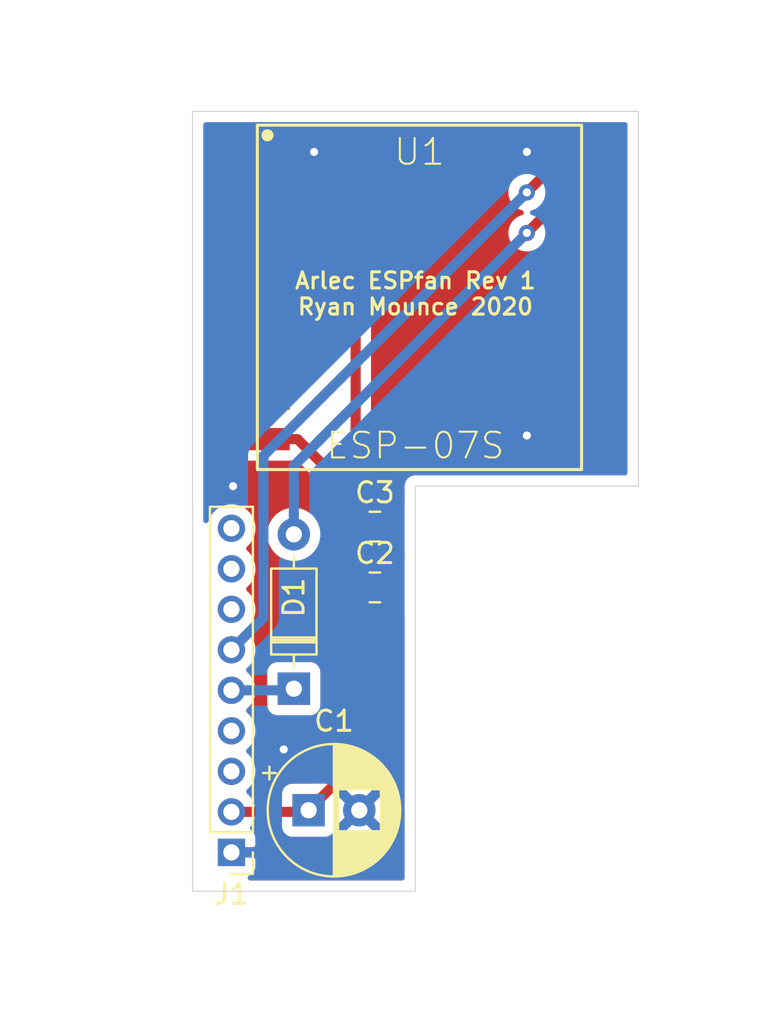
<source format=kicad_pcb>
(kicad_pcb (version 20171130) (host pcbnew "(5.1.8)-1")

  (general
    (thickness 1.6)
    (drawings 7)
    (tracks 33)
    (zones 0)
    (modules 6)
    (nets 22)
  )

  (page A4)
  (layers
    (0 F.Cu signal)
    (31 B.Cu signal)
    (32 B.Adhes user)
    (33 F.Adhes user)
    (34 B.Paste user)
    (35 F.Paste user)
    (36 B.SilkS user)
    (37 F.SilkS user)
    (38 B.Mask user)
    (39 F.Mask user)
    (40 Dwgs.User user)
    (41 Cmts.User user)
    (42 Eco1.User user)
    (43 Eco2.User user)
    (44 Edge.Cuts user)
    (45 Margin user)
    (46 B.CrtYd user)
    (47 F.CrtYd user)
    (48 B.Fab user)
    (49 F.Fab user)
  )

  (setup
    (last_trace_width 0.25)
    (user_trace_width 0.5)
    (trace_clearance 0.2)
    (zone_clearance 0.508)
    (zone_45_only no)
    (trace_min 0.2)
    (via_size 0.8)
    (via_drill 0.4)
    (via_min_size 0.4)
    (via_min_drill 0.3)
    (uvia_size 0.3)
    (uvia_drill 0.1)
    (uvias_allowed no)
    (uvia_min_size 0.2)
    (uvia_min_drill 0.1)
    (edge_width 0.05)
    (segment_width 0.2)
    (pcb_text_width 0.3)
    (pcb_text_size 1.5 1.5)
    (mod_edge_width 0.12)
    (mod_text_size 1 1)
    (mod_text_width 0.15)
    (pad_size 1.524 1.524)
    (pad_drill 0.762)
    (pad_to_mask_clearance 0)
    (aux_axis_origin 0 0)
    (visible_elements 7FFFFFFF)
    (pcbplotparams
      (layerselection 0x010fc_ffffffff)
      (usegerberextensions true)
      (usegerberattributes false)
      (usegerberadvancedattributes false)
      (creategerberjobfile false)
      (excludeedgelayer true)
      (linewidth 0.100000)
      (plotframeref false)
      (viasonmask false)
      (mode 1)
      (useauxorigin false)
      (hpglpennumber 1)
      (hpglpenspeed 20)
      (hpglpendiameter 15.000000)
      (psnegative false)
      (psa4output false)
      (plotreference true)
      (plotvalue true)
      (plotinvisibletext false)
      (padsonsilk false)
      (subtractmaskfromsilk false)
      (outputformat 1)
      (mirror false)
      (drillshape 0)
      (scaleselection 1)
      (outputdirectory "PCBWay/"))
  )

  (net 0 "")
  (net 1 GND)
  (net 2 +3V3)
  (net 3 "Net-(J1-Pad9)")
  (net 4 "Net-(J1-Pad8)")
  (net 5 "Net-(J1-Pad7)")
  (net 6 "Net-(J1-Pad6)")
  (net 7 "Net-(J1-Pad3)")
  (net 8 "Net-(U1-Pad1)")
  (net 9 "Net-(U1-Pad2)")
  (net 10 "Net-(U1-Pad4)")
  (net 11 "Net-(U1-Pad5)")
  (net 12 "Net-(U1-Pad6)")
  (net 13 "Net-(U1-Pad7)")
  (net 14 "Net-(U1-Pad10)")
  (net 15 "Net-(U1-Pad12)")
  (net 16 "Net-(U1-Pad13)")
  (net 17 "Net-(U1-Pad14)")
  (net 18 "Net-(U1-Pad11)")
  (net 19 "Net-(J1-Pad4)")
  (net 20 "Net-(D1-Pad2)")
  (net 21 "Net-(D1-Pad1)")

  (net_class Default "This is the default net class."
    (clearance 0.2)
    (trace_width 0.25)
    (via_dia 0.8)
    (via_drill 0.4)
    (uvia_dia 0.3)
    (uvia_drill 0.1)
    (add_net +3V3)
    (add_net GND)
    (add_net "Net-(D1-Pad1)")
    (add_net "Net-(D1-Pad2)")
    (add_net "Net-(J1-Pad3)")
    (add_net "Net-(J1-Pad4)")
    (add_net "Net-(J1-Pad6)")
    (add_net "Net-(J1-Pad7)")
    (add_net "Net-(J1-Pad8)")
    (add_net "Net-(J1-Pad9)")
    (add_net "Net-(U1-Pad1)")
    (add_net "Net-(U1-Pad10)")
    (add_net "Net-(U1-Pad11)")
    (add_net "Net-(U1-Pad12)")
    (add_net "Net-(U1-Pad13)")
    (add_net "Net-(U1-Pad14)")
    (add_net "Net-(U1-Pad2)")
    (add_net "Net-(U1-Pad4)")
    (add_net "Net-(U1-Pad5)")
    (add_net "Net-(U1-Pad6)")
    (add_net "Net-(U1-Pad7)")
  )

  (module Capacitor_SMD:C_0805_2012Metric (layer F.Cu) (tedit 5F68FEEE) (tstamp 5FCC788A)
    (at 129 118)
    (descr "Capacitor SMD 0805 (2012 Metric), square (rectangular) end terminal, IPC_7351 nominal, (Body size source: IPC-SM-782 page 76, https://www.pcb-3d.com/wordpress/wp-content/uploads/ipc-sm-782a_amendment_1_and_2.pdf, https://docs.google.com/spreadsheets/d/1BsfQQcO9C6DZCsRaXUlFlo91Tg2WpOkGARC1WS5S8t0/edit?usp=sharing), generated with kicad-footprint-generator")
    (tags capacitor)
    (path /5FCD02DD)
    (attr smd)
    (fp_text reference C3 (at 0 -1.68) (layer F.SilkS)
      (effects (font (size 1 1) (thickness 0.15)))
    )
    (fp_text value 0.1uF (at 4.5 0) (layer F.Fab)
      (effects (font (size 1 1) (thickness 0.15)))
    )
    (fp_line (start 1.7 0.98) (end -1.7 0.98) (layer F.CrtYd) (width 0.05))
    (fp_line (start 1.7 -0.98) (end 1.7 0.98) (layer F.CrtYd) (width 0.05))
    (fp_line (start -1.7 -0.98) (end 1.7 -0.98) (layer F.CrtYd) (width 0.05))
    (fp_line (start -1.7 0.98) (end -1.7 -0.98) (layer F.CrtYd) (width 0.05))
    (fp_line (start -0.261252 0.735) (end 0.261252 0.735) (layer F.SilkS) (width 0.12))
    (fp_line (start -0.261252 -0.735) (end 0.261252 -0.735) (layer F.SilkS) (width 0.12))
    (fp_line (start 1 0.625) (end -1 0.625) (layer F.Fab) (width 0.1))
    (fp_line (start 1 -0.625) (end 1 0.625) (layer F.Fab) (width 0.1))
    (fp_line (start -1 -0.625) (end 1 -0.625) (layer F.Fab) (width 0.1))
    (fp_line (start -1 0.625) (end -1 -0.625) (layer F.Fab) (width 0.1))
    (fp_text user %R (at 0 0) (layer F.Fab)
      (effects (font (size 0.5 0.5) (thickness 0.08)))
    )
    (pad 2 smd roundrect (at 0.95 0) (size 1 1.45) (layers F.Cu F.Paste F.Mask) (roundrect_rratio 0.25)
      (net 1 GND))
    (pad 1 smd roundrect (at -0.95 0) (size 1 1.45) (layers F.Cu F.Paste F.Mask) (roundrect_rratio 0.25)
      (net 2 +3V3))
    (model ${KISYS3DMOD}/Capacitor_SMD.3dshapes/C_0805_2012Metric.wrl
      (at (xyz 0 0 0))
      (scale (xyz 1 1 1))
      (rotate (xyz 0 0 0))
    )
  )

  (module Capacitor_SMD:C_0805_2012Metric (layer F.Cu) (tedit 5F68FEEE) (tstamp 5FCC7879)
    (at 129 121)
    (descr "Capacitor SMD 0805 (2012 Metric), square (rectangular) end terminal, IPC_7351 nominal, (Body size source: IPC-SM-782 page 76, https://www.pcb-3d.com/wordpress/wp-content/uploads/ipc-sm-782a_amendment_1_and_2.pdf, https://docs.google.com/spreadsheets/d/1BsfQQcO9C6DZCsRaXUlFlo91Tg2WpOkGARC1WS5S8t0/edit?usp=sharing), generated with kicad-footprint-generator")
    (tags capacitor)
    (path /5FCCC679)
    (attr smd)
    (fp_text reference C2 (at 0 -1.68) (layer F.SilkS)
      (effects (font (size 1 1) (thickness 0.15)))
    )
    (fp_text value 0.1uF (at 4.5 0) (layer F.Fab)
      (effects (font (size 1 1) (thickness 0.15)))
    )
    (fp_line (start 1.7 0.98) (end -1.7 0.98) (layer F.CrtYd) (width 0.05))
    (fp_line (start 1.7 -0.98) (end 1.7 0.98) (layer F.CrtYd) (width 0.05))
    (fp_line (start -1.7 -0.98) (end 1.7 -0.98) (layer F.CrtYd) (width 0.05))
    (fp_line (start -1.7 0.98) (end -1.7 -0.98) (layer F.CrtYd) (width 0.05))
    (fp_line (start -0.261252 0.735) (end 0.261252 0.735) (layer F.SilkS) (width 0.12))
    (fp_line (start -0.261252 -0.735) (end 0.261252 -0.735) (layer F.SilkS) (width 0.12))
    (fp_line (start 1 0.625) (end -1 0.625) (layer F.Fab) (width 0.1))
    (fp_line (start 1 -0.625) (end 1 0.625) (layer F.Fab) (width 0.1))
    (fp_line (start -1 -0.625) (end 1 -0.625) (layer F.Fab) (width 0.1))
    (fp_line (start -1 0.625) (end -1 -0.625) (layer F.Fab) (width 0.1))
    (fp_text user %R (at 0 0) (layer F.Fab)
      (effects (font (size 0.5 0.5) (thickness 0.08)))
    )
    (pad 2 smd roundrect (at 0.95 0) (size 1 1.45) (layers F.Cu F.Paste F.Mask) (roundrect_rratio 0.25)
      (net 1 GND))
    (pad 1 smd roundrect (at -0.95 0) (size 1 1.45) (layers F.Cu F.Paste F.Mask) (roundrect_rratio 0.25)
      (net 2 +3V3))
    (model ${KISYS3DMOD}/Capacitor_SMD.3dshapes/C_0805_2012Metric.wrl
      (at (xyz 0 0 0))
      (scale (xyz 1 1 1))
      (rotate (xyz 0 0 0))
    )
  )

  (module ArlecFanESP:ESP-07S (layer F.Cu) (tedit 5A27B10B) (tstamp 5FCBAE82)
    (at 131.199758 106.68)
    (descr "Module, ESP-8266, ESP-07S, 14 pad, SMD")
    (tags "Module ESP-8266 ESP8266")
    (path /5FCB4296)
    (attr smd)
    (fp_text reference U1 (at 0 -7.18) (layer F.SilkS)
      (effects (font (size 1.27 1.27) (thickness 0.1016)))
    )
    (fp_text value ESP-07S (at -0.199758 7.32) (layer F.SilkS)
      (effects (font (size 1.27 1.27) (thickness 0.1016)))
    )
    (fp_circle (center -7.6 -8) (end -7.5 -8) (layer F.SilkS) (width 0.15))
    (fp_circle (center -7.5 -8) (end -7.3 -8.1) (layer F.SilkS) (width 0.15))
    (fp_circle (center -7.5 -8) (end -7.4 -8) (layer F.SilkS) (width 0.15))
    (fp_line (start 8 -8.5) (end 8 8.5) (layer F.SilkS) (width 0.15))
    (fp_line (start 8 8.5) (end -8 8.5) (layer F.SilkS) (width 0.15))
    (fp_line (start -8 8.5) (end -8 -8.5) (layer F.SilkS) (width 0.15))
    (fp_line (start -8 -8.5) (end 8 -8.5) (layer F.SilkS) (width 0.15))
    (pad 1 smd rect (at -7.7 -7) (size 2.6 1.1) (layers F.Cu F.Paste F.Mask)
      (net 8 "Net-(U1-Pad1)"))
    (pad 2 smd rect (at -7.7 -5) (size 2.6 1.1) (layers F.Cu F.Paste F.Mask)
      (net 9 "Net-(U1-Pad2)"))
    (pad 3 smd rect (at -7.7 -3) (size 2.6 1.1) (layers F.Cu F.Paste F.Mask)
      (net 2 +3V3))
    (pad 4 smd rect (at -7.7 -1) (size 2.6 1.1) (layers F.Cu F.Paste F.Mask)
      (net 10 "Net-(U1-Pad4)"))
    (pad 5 smd rect (at -7.7 1) (size 2.6 1.1) (layers F.Cu F.Paste F.Mask)
      (net 11 "Net-(U1-Pad5)"))
    (pad 6 smd rect (at -7.7 3) (size 2.6 1.1) (layers F.Cu F.Paste F.Mask)
      (net 12 "Net-(U1-Pad6)"))
    (pad 7 smd rect (at -7.7 5) (size 2.6 1.1) (layers F.Cu F.Paste F.Mask)
      (net 13 "Net-(U1-Pad7)"))
    (pad 8 smd rect (at -7.7 7) (size 2.6 1.1) (layers F.Cu F.Paste F.Mask)
      (net 2 +3V3))
    (pad 9 smd rect (at 7.7 7) (size 2.6 1.1) (layers F.Cu F.Paste F.Mask)
      (net 1 GND))
    (pad 10 smd rect (at 7.7 5) (size 2.6 1.1) (layers F.Cu F.Paste F.Mask)
      (net 14 "Net-(U1-Pad10)"))
    (pad 11 smd rect (at 7.7 3) (size 2.6 1.1) (layers F.Cu F.Paste F.Mask)
      (net 18 "Net-(U1-Pad11)"))
    (pad 12 smd rect (at 7.7 1) (size 2.6 1.1) (layers F.Cu F.Paste F.Mask)
      (net 15 "Net-(U1-Pad12)"))
    (pad 13 smd rect (at 7.7 -1) (size 2.6 1.1) (layers F.Cu F.Paste F.Mask)
      (net 16 "Net-(U1-Pad13)"))
    (pad 14 smd rect (at 7.7 -3) (size 2.6 1.1) (layers F.Cu F.Paste F.Mask)
      (net 17 "Net-(U1-Pad14)"))
    (pad 15 smd rect (at 7.7 -5) (size 2.6 1.1) (layers F.Cu F.Paste F.Mask)
      (net 20 "Net-(D1-Pad2)"))
    (pad 16 smd rect (at 7.7 -7) (size 2.6 1.1) (layers F.Cu F.Paste F.Mask)
      (net 6 "Net-(J1-Pad6)"))
  )

  (module Diode_THT:D_DO-35_SOD27_P7.62mm_Horizontal (layer F.Cu) (tedit 5AE50CD5) (tstamp 5FCC6F81)
    (at 125 126 90)
    (descr "Diode, DO-35_SOD27 series, Axial, Horizontal, pin pitch=7.62mm, , length*diameter=4*2mm^2, , http://www.diodes.com/_files/packages/DO-35.pdf")
    (tags "Diode DO-35_SOD27 series Axial Horizontal pin pitch 7.62mm  length 4mm diameter 2mm")
    (path /5FCC5F8A)
    (fp_text reference D1 (at 4.5 0 90) (layer F.SilkS)
      (effects (font (size 1 1) (thickness 0.15)))
    )
    (fp_text value D (at 3.81 2.12 90) (layer F.Fab)
      (effects (font (size 1 1) (thickness 0.15)))
    )
    (fp_line (start 8.67 -1.25) (end -1.05 -1.25) (layer F.CrtYd) (width 0.05))
    (fp_line (start 8.67 1.25) (end 8.67 -1.25) (layer F.CrtYd) (width 0.05))
    (fp_line (start -1.05 1.25) (end 8.67 1.25) (layer F.CrtYd) (width 0.05))
    (fp_line (start -1.05 -1.25) (end -1.05 1.25) (layer F.CrtYd) (width 0.05))
    (fp_line (start 2.29 -1.12) (end 2.29 1.12) (layer F.SilkS) (width 0.12))
    (fp_line (start 2.53 -1.12) (end 2.53 1.12) (layer F.SilkS) (width 0.12))
    (fp_line (start 2.41 -1.12) (end 2.41 1.12) (layer F.SilkS) (width 0.12))
    (fp_line (start 6.58 0) (end 5.93 0) (layer F.SilkS) (width 0.12))
    (fp_line (start 1.04 0) (end 1.69 0) (layer F.SilkS) (width 0.12))
    (fp_line (start 5.93 -1.12) (end 1.69 -1.12) (layer F.SilkS) (width 0.12))
    (fp_line (start 5.93 1.12) (end 5.93 -1.12) (layer F.SilkS) (width 0.12))
    (fp_line (start 1.69 1.12) (end 5.93 1.12) (layer F.SilkS) (width 0.12))
    (fp_line (start 1.69 -1.12) (end 1.69 1.12) (layer F.SilkS) (width 0.12))
    (fp_line (start 2.31 -1) (end 2.31 1) (layer F.Fab) (width 0.1))
    (fp_line (start 2.51 -1) (end 2.51 1) (layer F.Fab) (width 0.1))
    (fp_line (start 2.41 -1) (end 2.41 1) (layer F.Fab) (width 0.1))
    (fp_line (start 7.62 0) (end 5.81 0) (layer F.Fab) (width 0.1))
    (fp_line (start 0 0) (end 1.81 0) (layer F.Fab) (width 0.1))
    (fp_line (start 5.81 -1) (end 1.81 -1) (layer F.Fab) (width 0.1))
    (fp_line (start 5.81 1) (end 5.81 -1) (layer F.Fab) (width 0.1))
    (fp_line (start 1.81 1) (end 5.81 1) (layer F.Fab) (width 0.1))
    (fp_line (start 1.81 -1) (end 1.81 1) (layer F.Fab) (width 0.1))
    (fp_text user K (at 0 -1.8 90) (layer F.Fab)
      (effects (font (size 1 1) (thickness 0.15)))
    )
    (fp_text user %R (at 4.11 0 90) (layer F.Fab)
      (effects (font (size 0.8 0.8) (thickness 0.12)))
    )
    (pad 2 thru_hole oval (at 7.62 0 90) (size 1.6 1.6) (drill 0.8) (layers *.Cu *.Mask)
      (net 20 "Net-(D1-Pad2)"))
    (pad 1 thru_hole rect (at 0 0 90) (size 1.6 1.6) (drill 0.8) (layers *.Cu *.Mask)
      (net 21 "Net-(D1-Pad1)"))
    (model ${KISYS3DMOD}/Diode_THT.3dshapes/D_DO-35_SOD27_P7.62mm_Horizontal.wrl
      (at (xyz 0 0 0))
      (scale (xyz 1 1 1))
      (rotate (xyz 0 0 0))
    )
  )

  (module Connector_PinHeader_2.00mm:PinHeader_1x09_P2.00mm_Vertical (layer F.Cu) (tedit 59FED667) (tstamp 5FCBAE67)
    (at 121.92 134.08 180)
    (descr "Through hole straight pin header, 1x09, 2.00mm pitch, single row")
    (tags "Through hole pin header THT 1x09 2.00mm single row")
    (path /5FCB5B9F)
    (fp_text reference J1 (at 0 -2.06) (layer F.SilkS)
      (effects (font (size 1 1) (thickness 0.15)))
    )
    (fp_text value Conn_01x09_Male (at 0 18.06) (layer F.Fab)
      (effects (font (size 1 1) (thickness 0.15)))
    )
    (fp_line (start -0.5 -1) (end 1 -1) (layer F.Fab) (width 0.1))
    (fp_line (start 1 -1) (end 1 17) (layer F.Fab) (width 0.1))
    (fp_line (start 1 17) (end -1 17) (layer F.Fab) (width 0.1))
    (fp_line (start -1 17) (end -1 -0.5) (layer F.Fab) (width 0.1))
    (fp_line (start -1 -0.5) (end -0.5 -1) (layer F.Fab) (width 0.1))
    (fp_line (start -1.06 17.06) (end 1.06 17.06) (layer F.SilkS) (width 0.12))
    (fp_line (start -1.06 1) (end -1.06 17.06) (layer F.SilkS) (width 0.12))
    (fp_line (start 1.06 1) (end 1.06 17.06) (layer F.SilkS) (width 0.12))
    (fp_line (start -1.06 1) (end 1.06 1) (layer F.SilkS) (width 0.12))
    (fp_line (start -1.06 0) (end -1.06 -1.06) (layer F.SilkS) (width 0.12))
    (fp_line (start -1.06 -1.06) (end 0 -1.06) (layer F.SilkS) (width 0.12))
    (fp_line (start -1.5 -1.5) (end -1.5 17.5) (layer F.CrtYd) (width 0.05))
    (fp_line (start -1.5 17.5) (end 1.5 17.5) (layer F.CrtYd) (width 0.05))
    (fp_line (start 1.5 17.5) (end 1.5 -1.5) (layer F.CrtYd) (width 0.05))
    (fp_line (start 1.5 -1.5) (end -1.5 -1.5) (layer F.CrtYd) (width 0.05))
    (fp_text user %R (at 0 8 90) (layer F.Fab)
      (effects (font (size 1 1) (thickness 0.15)))
    )
    (pad 9 thru_hole oval (at 0 16 180) (size 1.35 1.35) (drill 0.8) (layers *.Cu *.Mask)
      (net 3 "Net-(J1-Pad9)"))
    (pad 8 thru_hole oval (at 0 14 180) (size 1.35 1.35) (drill 0.8) (layers *.Cu *.Mask)
      (net 4 "Net-(J1-Pad8)"))
    (pad 7 thru_hole oval (at 0 12 180) (size 1.35 1.35) (drill 0.8) (layers *.Cu *.Mask)
      (net 5 "Net-(J1-Pad7)"))
    (pad 6 thru_hole oval (at 0 10 180) (size 1.35 1.35) (drill 0.8) (layers *.Cu *.Mask)
      (net 6 "Net-(J1-Pad6)"))
    (pad 5 thru_hole oval (at 0 8 180) (size 1.35 1.35) (drill 0.8) (layers *.Cu *.Mask)
      (net 21 "Net-(D1-Pad1)"))
    (pad 4 thru_hole oval (at 0 6 180) (size 1.35 1.35) (drill 0.8) (layers *.Cu *.Mask)
      (net 19 "Net-(J1-Pad4)"))
    (pad 3 thru_hole oval (at 0 4 180) (size 1.35 1.35) (drill 0.8) (layers *.Cu *.Mask)
      (net 7 "Net-(J1-Pad3)"))
    (pad 2 thru_hole oval (at 0 2 180) (size 1.35 1.35) (drill 0.8) (layers *.Cu *.Mask)
      (net 2 +3V3))
    (pad 1 thru_hole rect (at 0 0 180) (size 1.35 1.35) (drill 0.8) (layers *.Cu *.Mask)
      (net 1 GND))
    (model ${KISYS3DMOD}/Connector_PinHeader_2.00mm.3dshapes/PinHeader_1x09_P2.00mm_Vertical.wrl
      (at (xyz 0 0 0))
      (scale (xyz 1 1 1))
      (rotate (xyz 0 0 0))
    )
  )

  (module Capacitor_THT:CP_Radial_D6.3mm_P2.50mm (layer F.Cu) (tedit 5AE50EF0) (tstamp 5FCBAE4A)
    (at 125.73 132)
    (descr "CP, Radial series, Radial, pin pitch=2.50mm, , diameter=6.3mm, Electrolytic Capacitor")
    (tags "CP Radial series Radial pin pitch 2.50mm  diameter 6.3mm Electrolytic Capacitor")
    (path /5FCC0B00)
    (fp_text reference C1 (at 1.25 -4.4) (layer F.SilkS)
      (effects (font (size 1 1) (thickness 0.15)))
    )
    (fp_text value 220pf (at 1.25 4.4) (layer F.Fab)
      (effects (font (size 1 1) (thickness 0.15)))
    )
    (fp_circle (center 1.25 0) (end 4.4 0) (layer F.Fab) (width 0.1))
    (fp_circle (center 1.25 0) (end 4.52 0) (layer F.SilkS) (width 0.12))
    (fp_circle (center 1.25 0) (end 4.65 0) (layer F.CrtYd) (width 0.05))
    (fp_line (start -1.443972 -1.3735) (end -0.813972 -1.3735) (layer F.Fab) (width 0.1))
    (fp_line (start -1.128972 -1.6885) (end -1.128972 -1.0585) (layer F.Fab) (width 0.1))
    (fp_line (start 1.25 -3.23) (end 1.25 3.23) (layer F.SilkS) (width 0.12))
    (fp_line (start 1.29 -3.23) (end 1.29 3.23) (layer F.SilkS) (width 0.12))
    (fp_line (start 1.33 -3.23) (end 1.33 3.23) (layer F.SilkS) (width 0.12))
    (fp_line (start 1.37 -3.228) (end 1.37 3.228) (layer F.SilkS) (width 0.12))
    (fp_line (start 1.41 -3.227) (end 1.41 3.227) (layer F.SilkS) (width 0.12))
    (fp_line (start 1.45 -3.224) (end 1.45 3.224) (layer F.SilkS) (width 0.12))
    (fp_line (start 1.49 -3.222) (end 1.49 -1.04) (layer F.SilkS) (width 0.12))
    (fp_line (start 1.49 1.04) (end 1.49 3.222) (layer F.SilkS) (width 0.12))
    (fp_line (start 1.53 -3.218) (end 1.53 -1.04) (layer F.SilkS) (width 0.12))
    (fp_line (start 1.53 1.04) (end 1.53 3.218) (layer F.SilkS) (width 0.12))
    (fp_line (start 1.57 -3.215) (end 1.57 -1.04) (layer F.SilkS) (width 0.12))
    (fp_line (start 1.57 1.04) (end 1.57 3.215) (layer F.SilkS) (width 0.12))
    (fp_line (start 1.61 -3.211) (end 1.61 -1.04) (layer F.SilkS) (width 0.12))
    (fp_line (start 1.61 1.04) (end 1.61 3.211) (layer F.SilkS) (width 0.12))
    (fp_line (start 1.65 -3.206) (end 1.65 -1.04) (layer F.SilkS) (width 0.12))
    (fp_line (start 1.65 1.04) (end 1.65 3.206) (layer F.SilkS) (width 0.12))
    (fp_line (start 1.69 -3.201) (end 1.69 -1.04) (layer F.SilkS) (width 0.12))
    (fp_line (start 1.69 1.04) (end 1.69 3.201) (layer F.SilkS) (width 0.12))
    (fp_line (start 1.73 -3.195) (end 1.73 -1.04) (layer F.SilkS) (width 0.12))
    (fp_line (start 1.73 1.04) (end 1.73 3.195) (layer F.SilkS) (width 0.12))
    (fp_line (start 1.77 -3.189) (end 1.77 -1.04) (layer F.SilkS) (width 0.12))
    (fp_line (start 1.77 1.04) (end 1.77 3.189) (layer F.SilkS) (width 0.12))
    (fp_line (start 1.81 -3.182) (end 1.81 -1.04) (layer F.SilkS) (width 0.12))
    (fp_line (start 1.81 1.04) (end 1.81 3.182) (layer F.SilkS) (width 0.12))
    (fp_line (start 1.85 -3.175) (end 1.85 -1.04) (layer F.SilkS) (width 0.12))
    (fp_line (start 1.85 1.04) (end 1.85 3.175) (layer F.SilkS) (width 0.12))
    (fp_line (start 1.89 -3.167) (end 1.89 -1.04) (layer F.SilkS) (width 0.12))
    (fp_line (start 1.89 1.04) (end 1.89 3.167) (layer F.SilkS) (width 0.12))
    (fp_line (start 1.93 -3.159) (end 1.93 -1.04) (layer F.SilkS) (width 0.12))
    (fp_line (start 1.93 1.04) (end 1.93 3.159) (layer F.SilkS) (width 0.12))
    (fp_line (start 1.971 -3.15) (end 1.971 -1.04) (layer F.SilkS) (width 0.12))
    (fp_line (start 1.971 1.04) (end 1.971 3.15) (layer F.SilkS) (width 0.12))
    (fp_line (start 2.011 -3.141) (end 2.011 -1.04) (layer F.SilkS) (width 0.12))
    (fp_line (start 2.011 1.04) (end 2.011 3.141) (layer F.SilkS) (width 0.12))
    (fp_line (start 2.051 -3.131) (end 2.051 -1.04) (layer F.SilkS) (width 0.12))
    (fp_line (start 2.051 1.04) (end 2.051 3.131) (layer F.SilkS) (width 0.12))
    (fp_line (start 2.091 -3.121) (end 2.091 -1.04) (layer F.SilkS) (width 0.12))
    (fp_line (start 2.091 1.04) (end 2.091 3.121) (layer F.SilkS) (width 0.12))
    (fp_line (start 2.131 -3.11) (end 2.131 -1.04) (layer F.SilkS) (width 0.12))
    (fp_line (start 2.131 1.04) (end 2.131 3.11) (layer F.SilkS) (width 0.12))
    (fp_line (start 2.171 -3.098) (end 2.171 -1.04) (layer F.SilkS) (width 0.12))
    (fp_line (start 2.171 1.04) (end 2.171 3.098) (layer F.SilkS) (width 0.12))
    (fp_line (start 2.211 -3.086) (end 2.211 -1.04) (layer F.SilkS) (width 0.12))
    (fp_line (start 2.211 1.04) (end 2.211 3.086) (layer F.SilkS) (width 0.12))
    (fp_line (start 2.251 -3.074) (end 2.251 -1.04) (layer F.SilkS) (width 0.12))
    (fp_line (start 2.251 1.04) (end 2.251 3.074) (layer F.SilkS) (width 0.12))
    (fp_line (start 2.291 -3.061) (end 2.291 -1.04) (layer F.SilkS) (width 0.12))
    (fp_line (start 2.291 1.04) (end 2.291 3.061) (layer F.SilkS) (width 0.12))
    (fp_line (start 2.331 -3.047) (end 2.331 -1.04) (layer F.SilkS) (width 0.12))
    (fp_line (start 2.331 1.04) (end 2.331 3.047) (layer F.SilkS) (width 0.12))
    (fp_line (start 2.371 -3.033) (end 2.371 -1.04) (layer F.SilkS) (width 0.12))
    (fp_line (start 2.371 1.04) (end 2.371 3.033) (layer F.SilkS) (width 0.12))
    (fp_line (start 2.411 -3.018) (end 2.411 -1.04) (layer F.SilkS) (width 0.12))
    (fp_line (start 2.411 1.04) (end 2.411 3.018) (layer F.SilkS) (width 0.12))
    (fp_line (start 2.451 -3.002) (end 2.451 -1.04) (layer F.SilkS) (width 0.12))
    (fp_line (start 2.451 1.04) (end 2.451 3.002) (layer F.SilkS) (width 0.12))
    (fp_line (start 2.491 -2.986) (end 2.491 -1.04) (layer F.SilkS) (width 0.12))
    (fp_line (start 2.491 1.04) (end 2.491 2.986) (layer F.SilkS) (width 0.12))
    (fp_line (start 2.531 -2.97) (end 2.531 -1.04) (layer F.SilkS) (width 0.12))
    (fp_line (start 2.531 1.04) (end 2.531 2.97) (layer F.SilkS) (width 0.12))
    (fp_line (start 2.571 -2.952) (end 2.571 -1.04) (layer F.SilkS) (width 0.12))
    (fp_line (start 2.571 1.04) (end 2.571 2.952) (layer F.SilkS) (width 0.12))
    (fp_line (start 2.611 -2.934) (end 2.611 -1.04) (layer F.SilkS) (width 0.12))
    (fp_line (start 2.611 1.04) (end 2.611 2.934) (layer F.SilkS) (width 0.12))
    (fp_line (start 2.651 -2.916) (end 2.651 -1.04) (layer F.SilkS) (width 0.12))
    (fp_line (start 2.651 1.04) (end 2.651 2.916) (layer F.SilkS) (width 0.12))
    (fp_line (start 2.691 -2.896) (end 2.691 -1.04) (layer F.SilkS) (width 0.12))
    (fp_line (start 2.691 1.04) (end 2.691 2.896) (layer F.SilkS) (width 0.12))
    (fp_line (start 2.731 -2.876) (end 2.731 -1.04) (layer F.SilkS) (width 0.12))
    (fp_line (start 2.731 1.04) (end 2.731 2.876) (layer F.SilkS) (width 0.12))
    (fp_line (start 2.771 -2.856) (end 2.771 -1.04) (layer F.SilkS) (width 0.12))
    (fp_line (start 2.771 1.04) (end 2.771 2.856) (layer F.SilkS) (width 0.12))
    (fp_line (start 2.811 -2.834) (end 2.811 -1.04) (layer F.SilkS) (width 0.12))
    (fp_line (start 2.811 1.04) (end 2.811 2.834) (layer F.SilkS) (width 0.12))
    (fp_line (start 2.851 -2.812) (end 2.851 -1.04) (layer F.SilkS) (width 0.12))
    (fp_line (start 2.851 1.04) (end 2.851 2.812) (layer F.SilkS) (width 0.12))
    (fp_line (start 2.891 -2.79) (end 2.891 -1.04) (layer F.SilkS) (width 0.12))
    (fp_line (start 2.891 1.04) (end 2.891 2.79) (layer F.SilkS) (width 0.12))
    (fp_line (start 2.931 -2.766) (end 2.931 -1.04) (layer F.SilkS) (width 0.12))
    (fp_line (start 2.931 1.04) (end 2.931 2.766) (layer F.SilkS) (width 0.12))
    (fp_line (start 2.971 -2.742) (end 2.971 -1.04) (layer F.SilkS) (width 0.12))
    (fp_line (start 2.971 1.04) (end 2.971 2.742) (layer F.SilkS) (width 0.12))
    (fp_line (start 3.011 -2.716) (end 3.011 -1.04) (layer F.SilkS) (width 0.12))
    (fp_line (start 3.011 1.04) (end 3.011 2.716) (layer F.SilkS) (width 0.12))
    (fp_line (start 3.051 -2.69) (end 3.051 -1.04) (layer F.SilkS) (width 0.12))
    (fp_line (start 3.051 1.04) (end 3.051 2.69) (layer F.SilkS) (width 0.12))
    (fp_line (start 3.091 -2.664) (end 3.091 -1.04) (layer F.SilkS) (width 0.12))
    (fp_line (start 3.091 1.04) (end 3.091 2.664) (layer F.SilkS) (width 0.12))
    (fp_line (start 3.131 -2.636) (end 3.131 -1.04) (layer F.SilkS) (width 0.12))
    (fp_line (start 3.131 1.04) (end 3.131 2.636) (layer F.SilkS) (width 0.12))
    (fp_line (start 3.171 -2.607) (end 3.171 -1.04) (layer F.SilkS) (width 0.12))
    (fp_line (start 3.171 1.04) (end 3.171 2.607) (layer F.SilkS) (width 0.12))
    (fp_line (start 3.211 -2.578) (end 3.211 -1.04) (layer F.SilkS) (width 0.12))
    (fp_line (start 3.211 1.04) (end 3.211 2.578) (layer F.SilkS) (width 0.12))
    (fp_line (start 3.251 -2.548) (end 3.251 -1.04) (layer F.SilkS) (width 0.12))
    (fp_line (start 3.251 1.04) (end 3.251 2.548) (layer F.SilkS) (width 0.12))
    (fp_line (start 3.291 -2.516) (end 3.291 -1.04) (layer F.SilkS) (width 0.12))
    (fp_line (start 3.291 1.04) (end 3.291 2.516) (layer F.SilkS) (width 0.12))
    (fp_line (start 3.331 -2.484) (end 3.331 -1.04) (layer F.SilkS) (width 0.12))
    (fp_line (start 3.331 1.04) (end 3.331 2.484) (layer F.SilkS) (width 0.12))
    (fp_line (start 3.371 -2.45) (end 3.371 -1.04) (layer F.SilkS) (width 0.12))
    (fp_line (start 3.371 1.04) (end 3.371 2.45) (layer F.SilkS) (width 0.12))
    (fp_line (start 3.411 -2.416) (end 3.411 -1.04) (layer F.SilkS) (width 0.12))
    (fp_line (start 3.411 1.04) (end 3.411 2.416) (layer F.SilkS) (width 0.12))
    (fp_line (start 3.451 -2.38) (end 3.451 -1.04) (layer F.SilkS) (width 0.12))
    (fp_line (start 3.451 1.04) (end 3.451 2.38) (layer F.SilkS) (width 0.12))
    (fp_line (start 3.491 -2.343) (end 3.491 -1.04) (layer F.SilkS) (width 0.12))
    (fp_line (start 3.491 1.04) (end 3.491 2.343) (layer F.SilkS) (width 0.12))
    (fp_line (start 3.531 -2.305) (end 3.531 -1.04) (layer F.SilkS) (width 0.12))
    (fp_line (start 3.531 1.04) (end 3.531 2.305) (layer F.SilkS) (width 0.12))
    (fp_line (start 3.571 -2.265) (end 3.571 2.265) (layer F.SilkS) (width 0.12))
    (fp_line (start 3.611 -2.224) (end 3.611 2.224) (layer F.SilkS) (width 0.12))
    (fp_line (start 3.651 -2.182) (end 3.651 2.182) (layer F.SilkS) (width 0.12))
    (fp_line (start 3.691 -2.137) (end 3.691 2.137) (layer F.SilkS) (width 0.12))
    (fp_line (start 3.731 -2.092) (end 3.731 2.092) (layer F.SilkS) (width 0.12))
    (fp_line (start 3.771 -2.044) (end 3.771 2.044) (layer F.SilkS) (width 0.12))
    (fp_line (start 3.811 -1.995) (end 3.811 1.995) (layer F.SilkS) (width 0.12))
    (fp_line (start 3.851 -1.944) (end 3.851 1.944) (layer F.SilkS) (width 0.12))
    (fp_line (start 3.891 -1.89) (end 3.891 1.89) (layer F.SilkS) (width 0.12))
    (fp_line (start 3.931 -1.834) (end 3.931 1.834) (layer F.SilkS) (width 0.12))
    (fp_line (start 3.971 -1.776) (end 3.971 1.776) (layer F.SilkS) (width 0.12))
    (fp_line (start 4.011 -1.714) (end 4.011 1.714) (layer F.SilkS) (width 0.12))
    (fp_line (start 4.051 -1.65) (end 4.051 1.65) (layer F.SilkS) (width 0.12))
    (fp_line (start 4.091 -1.581) (end 4.091 1.581) (layer F.SilkS) (width 0.12))
    (fp_line (start 4.131 -1.509) (end 4.131 1.509) (layer F.SilkS) (width 0.12))
    (fp_line (start 4.171 -1.432) (end 4.171 1.432) (layer F.SilkS) (width 0.12))
    (fp_line (start 4.211 -1.35) (end 4.211 1.35) (layer F.SilkS) (width 0.12))
    (fp_line (start 4.251 -1.262) (end 4.251 1.262) (layer F.SilkS) (width 0.12))
    (fp_line (start 4.291 -1.165) (end 4.291 1.165) (layer F.SilkS) (width 0.12))
    (fp_line (start 4.331 -1.059) (end 4.331 1.059) (layer F.SilkS) (width 0.12))
    (fp_line (start 4.371 -0.94) (end 4.371 0.94) (layer F.SilkS) (width 0.12))
    (fp_line (start 4.411 -0.802) (end 4.411 0.802) (layer F.SilkS) (width 0.12))
    (fp_line (start 4.451 -0.633) (end 4.451 0.633) (layer F.SilkS) (width 0.12))
    (fp_line (start 4.491 -0.402) (end 4.491 0.402) (layer F.SilkS) (width 0.12))
    (fp_line (start -2.250241 -1.839) (end -1.620241 -1.839) (layer F.SilkS) (width 0.12))
    (fp_line (start -1.935241 -2.154) (end -1.935241 -1.524) (layer F.SilkS) (width 0.12))
    (fp_text user %R (at 1.25 0) (layer F.Fab)
      (effects (font (size 1 1) (thickness 0.15)))
    )
    (pad 2 thru_hole circle (at 2.5 0) (size 1.6 1.6) (drill 0.8) (layers *.Cu *.Mask)
      (net 1 GND))
    (pad 1 thru_hole rect (at 0 0) (size 1.6 1.6) (drill 0.8) (layers *.Cu *.Mask)
      (net 2 +3V3))
    (model ${KISYS3DMOD}/Capacitor_THT.3dshapes/CP_Radial_D6.3mm_P2.50mm.wrl
      (at (xyz 0 0 0))
      (scale (xyz 1 1 1))
      (rotate (xyz 0 0 0))
    )
  )

  (gr_text "Arlec ESPfan Rev 1\nRyan Mounce 2020" (at 131 106.5) (layer F.SilkS)
    (effects (font (size 0.8 0.8) (thickness 0.15)))
  )
  (gr_line (start 131 136) (end 120 136) (layer Edge.Cuts) (width 0.05) (tstamp 5FCC7C4F))
  (gr_line (start 131 116) (end 131 136) (layer Edge.Cuts) (width 0.05))
  (gr_line (start 142 116) (end 131 116) (layer Edge.Cuts) (width 0.05))
  (gr_line (start 142 97.5) (end 142 116) (layer Edge.Cuts) (width 0.05))
  (gr_line (start 120 97.5) (end 142 97.5) (layer Edge.Cuts) (width 0.05))
  (gr_line (start 120 136) (end 120 97.5) (layer Edge.Cuts) (width 0.05))

  (via (at 126 99.5) (size 0.8) (drill 0.4) (layers F.Cu B.Cu) (net 1))
  (via (at 136.5 99.5) (size 0.8) (drill 0.4) (layers F.Cu B.Cu) (net 1))
  (via (at 136.5 113.5) (size 0.8) (drill 0.4) (layers F.Cu B.Cu) (net 1))
  (segment (start 138.899758 113.68) (end 138.899758 113.830242) (width 0.25) (layer F.Cu) (net 1))
  (via (at 124.5 129) (size 0.8) (drill 0.4) (layers F.Cu B.Cu) (net 1))
  (via (at 122 116) (size 0.8) (drill 0.4) (layers F.Cu B.Cu) (net 1))
  (segment (start 123.499758 103.68) (end 124 103.68) (width 0.25) (layer F.Cu) (net 2))
  (segment (start 123.93476 103.68) (end 123.499758 103.68) (width 0.25) (layer F.Cu) (net 2))
  (segment (start 125.65 132.08) (end 125.73 132) (width 0.5) (layer F.Cu) (net 2))
  (segment (start 121.92 132.08) (end 125.65 132.08) (width 0.5) (layer F.Cu) (net 2))
  (segment (start 128.05 129.68) (end 128.05 121) (width 0.5) (layer F.Cu) (net 2))
  (segment (start 125.73 132) (end 128.05 129.68) (width 0.5) (layer F.Cu) (net 2))
  (segment (start 128.05 121) (end 128.05 118) (width 0.5) (layer F.Cu) (net 2))
  (segment (start 125.299758 103.68) (end 123.499758 103.68) (width 0.5) (layer F.Cu) (net 2))
  (segment (start 128.05 106.430242) (end 125.299758 103.68) (width 0.5) (layer F.Cu) (net 2))
  (segment (start 128.05 118) (end 128.05 106.430242) (width 0.5) (layer F.Cu) (net 2))
  (segment (start 128.05 118) (end 128.05 116.55) (width 0.5) (layer F.Cu) (net 2))
  (segment (start 125.18 113.68) (end 123.499758 113.68) (width 0.5) (layer F.Cu) (net 2))
  (segment (start 128.05 116.55) (end 125.18 113.68) (width 0.5) (layer F.Cu) (net 2))
  (via (at 136.5 101.5) (size 0.8) (drill 0.4) (layers F.Cu B.Cu) (net 6))
  (segment (start 138.32 99.68) (end 136.5 101.5) (width 0.5) (layer F.Cu) (net 6))
  (segment (start 138.899758 99.68) (end 138.32 99.68) (width 0.5) (layer F.Cu) (net 6))
  (segment (start 136.5 101.5) (end 123.5 114.5) (width 0.5) (layer B.Cu) (net 6))
  (segment (start 123.5 122.5) (end 121.92 124.08) (width 0.5) (layer B.Cu) (net 6))
  (segment (start 123.5 114.5) (end 123.5 122.5) (width 0.5) (layer B.Cu) (net 6))
  (via (at 136.5 103.5) (size 0.8) (drill 0.4) (layers F.Cu B.Cu) (net 20))
  (segment (start 138.899758 101.68) (end 138.149758 101.68) (width 0.5) (layer F.Cu) (net 20))
  (segment (start 138.32 101.68) (end 136.5 103.5) (width 0.5) (layer F.Cu) (net 20))
  (segment (start 138.899758 101.68) (end 138.32 101.68) (width 0.5) (layer F.Cu) (net 20))
  (segment (start 136.5 103.5) (end 125 115) (width 0.5) (layer B.Cu) (net 20))
  (segment (start 125 115) (end 125 118.38) (width 0.5) (layer B.Cu) (net 20))
  (segment (start 124.92 126.08) (end 125 126) (width 0.5) (layer B.Cu) (net 21))
  (segment (start 121.92 126.08) (end 124.92 126.08) (width 0.5) (layer B.Cu) (net 21))

  (zone (net 1) (net_name GND) (layer B.Cu) (tstamp 5FCC6B8A) (hatch edge 0.508)
    (connect_pads (clearance 0.508))
    (min_thickness 0.254)
    (fill yes (arc_segments 32) (thermal_gap 0.508) (thermal_bridge_width 0.508))
    (polygon
      (pts
        (xy 148.5 94.5) (xy 143 142.5) (xy 114 140.5) (xy 114 133.5) (xy 116 94)
      )
    )
    (filled_polygon
      (pts
        (xy 141.340001 115.34) (xy 131.032419 115.34) (xy 131 115.336807) (xy 130.967581 115.34) (xy 130.870617 115.34955)
        (xy 130.746207 115.38729) (xy 130.63155 115.448575) (xy 130.531052 115.531052) (xy 130.448575 115.63155) (xy 130.38729 115.746207)
        (xy 130.34955 115.870617) (xy 130.336807 116) (xy 130.34 116.032419) (xy 130.340001 135.34) (xy 122.847603 135.34)
        (xy 122.949494 135.285537) (xy 123.046185 135.206185) (xy 123.125537 135.109494) (xy 123.184502 134.99918) (xy 123.220812 134.879482)
        (xy 123.233072 134.755) (xy 123.23 134.36575) (xy 123.07125 134.207) (xy 122.047 134.207) (xy 122.047 134.227)
        (xy 121.793 134.227) (xy 121.793 134.207) (xy 121.773 134.207) (xy 121.773 133.953) (xy 121.793 133.953)
        (xy 121.793 133.933) (xy 122.047 133.933) (xy 122.047 133.953) (xy 123.07125 133.953) (xy 123.23 133.79425)
        (xy 123.233072 133.405) (xy 123.220812 133.280518) (xy 123.184502 133.16082) (xy 123.125537 133.050506) (xy 123.046185 132.953815)
        (xy 122.959303 132.882513) (xy 123.080907 132.700518) (xy 123.179658 132.462113) (xy 123.23 132.209024) (xy 123.23 131.950976)
        (xy 123.179658 131.697887) (xy 123.080907 131.459482) (xy 122.937544 131.244923) (xy 122.892621 131.2) (xy 124.291928 131.2)
        (xy 124.291928 132.8) (xy 124.304188 132.924482) (xy 124.340498 133.04418) (xy 124.399463 133.154494) (xy 124.478815 133.251185)
        (xy 124.575506 133.330537) (xy 124.68582 133.389502) (xy 124.805518 133.425812) (xy 124.93 133.438072) (xy 126.53 133.438072)
        (xy 126.654482 133.425812) (xy 126.77418 133.389502) (xy 126.884494 133.330537) (xy 126.981185 133.251185) (xy 127.060537 133.154494)
        (xy 127.119502 133.04418) (xy 127.135117 132.992702) (xy 127.416903 132.992702) (xy 127.488486 133.236671) (xy 127.743996 133.357571)
        (xy 128.018184 133.4263) (xy 128.300512 133.440217) (xy 128.58013 133.398787) (xy 128.846292 133.303603) (xy 128.971514 133.236671)
        (xy 129.043097 132.992702) (xy 128.23 132.179605) (xy 127.416903 132.992702) (xy 127.135117 132.992702) (xy 127.155812 132.924482)
        (xy 127.168072 132.8) (xy 127.168072 132.792785) (xy 127.237298 132.813097) (xy 128.050395 132) (xy 128.409605 132)
        (xy 129.222702 132.813097) (xy 129.466671 132.741514) (xy 129.587571 132.486004) (xy 129.6563 132.211816) (xy 129.670217 131.929488)
        (xy 129.628787 131.64987) (xy 129.533603 131.383708) (xy 129.466671 131.258486) (xy 129.222702 131.186903) (xy 128.409605 132)
        (xy 128.050395 132) (xy 127.237298 131.186903) (xy 127.168072 131.207215) (xy 127.168072 131.2) (xy 127.155812 131.075518)
        (xy 127.135118 131.007298) (xy 127.416903 131.007298) (xy 128.23 131.820395) (xy 129.043097 131.007298) (xy 128.971514 130.763329)
        (xy 128.716004 130.642429) (xy 128.441816 130.5737) (xy 128.159488 130.559783) (xy 127.87987 130.601213) (xy 127.613708 130.696397)
        (xy 127.488486 130.763329) (xy 127.416903 131.007298) (xy 127.135118 131.007298) (xy 127.119502 130.95582) (xy 127.060537 130.845506)
        (xy 126.981185 130.748815) (xy 126.884494 130.669463) (xy 126.77418 130.610498) (xy 126.654482 130.574188) (xy 126.53 130.561928)
        (xy 124.93 130.561928) (xy 124.805518 130.574188) (xy 124.68582 130.610498) (xy 124.575506 130.669463) (xy 124.478815 130.748815)
        (xy 124.399463 130.845506) (xy 124.340498 130.95582) (xy 124.304188 131.075518) (xy 124.291928 131.2) (xy 122.892621 131.2)
        (xy 122.772621 131.08) (xy 122.937544 130.915077) (xy 123.080907 130.700518) (xy 123.179658 130.462113) (xy 123.23 130.209024)
        (xy 123.23 129.950976) (xy 123.179658 129.697887) (xy 123.080907 129.459482) (xy 122.937544 129.244923) (xy 122.772621 129.08)
        (xy 122.937544 128.915077) (xy 123.080907 128.700518) (xy 123.179658 128.462113) (xy 123.23 128.209024) (xy 123.23 127.950976)
        (xy 123.179658 127.697887) (xy 123.080907 127.459482) (xy 122.937544 127.244923) (xy 122.772621 127.08) (xy 122.887621 126.965)
        (xy 123.586479 126.965) (xy 123.610498 127.04418) (xy 123.669463 127.154494) (xy 123.748815 127.251185) (xy 123.845506 127.330537)
        (xy 123.95582 127.389502) (xy 124.075518 127.425812) (xy 124.2 127.438072) (xy 125.8 127.438072) (xy 125.924482 127.425812)
        (xy 126.04418 127.389502) (xy 126.154494 127.330537) (xy 126.251185 127.251185) (xy 126.330537 127.154494) (xy 126.389502 127.04418)
        (xy 126.425812 126.924482) (xy 126.438072 126.8) (xy 126.438072 125.2) (xy 126.425812 125.075518) (xy 126.389502 124.95582)
        (xy 126.330537 124.845506) (xy 126.251185 124.748815) (xy 126.154494 124.669463) (xy 126.04418 124.610498) (xy 125.924482 124.574188)
        (xy 125.8 124.561928) (xy 124.2 124.561928) (xy 124.075518 124.574188) (xy 123.95582 124.610498) (xy 123.845506 124.669463)
        (xy 123.748815 124.748815) (xy 123.669463 124.845506) (xy 123.610498 124.95582) (xy 123.574188 125.075518) (xy 123.56242 125.195)
        (xy 122.887621 125.195) (xy 122.772621 125.08) (xy 122.937544 124.915077) (xy 123.080907 124.700518) (xy 123.179658 124.462113)
        (xy 123.23 124.209024) (xy 123.23 124.021578) (xy 124.095049 123.15653) (xy 124.128817 123.128817) (xy 124.239411 122.994059)
        (xy 124.321589 122.840313) (xy 124.372195 122.67349) (xy 124.385 122.543477) (xy 124.385 122.543467) (xy 124.389281 122.500001)
        (xy 124.385 122.456535) (xy 124.385 119.678491) (xy 124.581426 119.759853) (xy 124.858665 119.815) (xy 125.141335 119.815)
        (xy 125.418574 119.759853) (xy 125.679727 119.65168) (xy 125.914759 119.494637) (xy 126.114637 119.294759) (xy 126.27168 119.059727)
        (xy 126.379853 118.798574) (xy 126.435 118.521335) (xy 126.435 118.238665) (xy 126.379853 117.961426) (xy 126.27168 117.700273)
        (xy 126.114637 117.465241) (xy 125.914759 117.265363) (xy 125.885 117.245479) (xy 125.885 115.366578) (xy 136.745044 104.506535)
        (xy 136.801898 104.495226) (xy 136.990256 104.417205) (xy 137.159774 104.303937) (xy 137.303937 104.159774) (xy 137.417205 103.990256)
        (xy 137.495226 103.801898) (xy 137.535 103.601939) (xy 137.535 103.398061) (xy 137.495226 103.198102) (xy 137.417205 103.009744)
        (xy 137.303937 102.840226) (xy 137.159774 102.696063) (xy 136.990256 102.582795) (xy 136.801898 102.504774) (xy 136.777897 102.5)
        (xy 136.801898 102.495226) (xy 136.990256 102.417205) (xy 137.159774 102.303937) (xy 137.303937 102.159774) (xy 137.417205 101.990256)
        (xy 137.495226 101.801898) (xy 137.535 101.601939) (xy 137.535 101.398061) (xy 137.495226 101.198102) (xy 137.417205 101.009744)
        (xy 137.303937 100.840226) (xy 137.159774 100.696063) (xy 136.990256 100.582795) (xy 136.801898 100.504774) (xy 136.601939 100.465)
        (xy 136.398061 100.465) (xy 136.198102 100.504774) (xy 136.009744 100.582795) (xy 135.840226 100.696063) (xy 135.696063 100.840226)
        (xy 135.582795 101.009744) (xy 135.504774 101.198102) (xy 135.493465 101.254956) (xy 122.904956 113.843466) (xy 122.871183 113.871183)
        (xy 122.760589 114.005942) (xy 122.678411 114.159688) (xy 122.627805 114.326511) (xy 122.615 114.456524) (xy 122.615 114.456531)
        (xy 122.610719 114.5) (xy 122.615 114.543469) (xy 122.615 116.96886) (xy 122.540518 116.919093) (xy 122.302113 116.820342)
        (xy 122.049024 116.77) (xy 121.790976 116.77) (xy 121.537887 116.820342) (xy 121.299482 116.919093) (xy 121.084923 117.062456)
        (xy 120.902456 117.244923) (xy 120.759093 117.459482) (xy 120.660342 117.697887) (xy 120.66 117.699606) (xy 120.66 98.16)
        (xy 141.34 98.16)
      )
    )
  )
  (zone (net 1) (net_name GND) (layer F.Cu) (tstamp 5FCC6B87) (hatch edge 0.508)
    (connect_pads (clearance 0.508))
    (min_thickness 0.254)
    (fill yes (arc_segments 32) (thermal_gap 0.508) (thermal_bridge_width 0.508))
    (polygon
      (pts
        (xy 146.5 142.5) (xy 110.5 139.5) (xy 114 93.5) (xy 148.5 92)
      )
    )
    (filled_polygon
      (pts
        (xy 141.340001 115.34) (xy 131.032419 115.34) (xy 131 115.336807) (xy 130.967581 115.34) (xy 130.870617 115.34955)
        (xy 130.746207 115.38729) (xy 130.63155 115.448575) (xy 130.531052 115.531052) (xy 130.448575 115.63155) (xy 130.38729 115.746207)
        (xy 130.34955 115.870617) (xy 130.336807 116) (xy 130.34 116.032419) (xy 130.34 116.638505) (xy 130.23575 116.64)
        (xy 130.077 116.79875) (xy 130.077 117.873) (xy 130.097 117.873) (xy 130.097 118.127) (xy 130.077 118.127)
        (xy 130.077 119.20125) (xy 130.23575 119.36) (xy 130.34 119.361495) (xy 130.34 119.638505) (xy 130.23575 119.64)
        (xy 130.077 119.79875) (xy 130.077 120.873) (xy 130.097 120.873) (xy 130.097 121.127) (xy 130.077 121.127)
        (xy 130.077 122.20125) (xy 130.23575 122.36) (xy 130.34 122.361495) (xy 130.340001 135.34) (xy 122.847603 135.34)
        (xy 122.949494 135.285537) (xy 123.046185 135.206185) (xy 123.125537 135.109494) (xy 123.184502 134.99918) (xy 123.220812 134.879482)
        (xy 123.233072 134.755) (xy 123.23 134.36575) (xy 123.07125 134.207) (xy 122.047 134.207) (xy 122.047 134.227)
        (xy 121.793 134.227) (xy 121.793 134.207) (xy 121.773 134.207) (xy 121.773 133.953) (xy 121.793 133.953)
        (xy 121.793 133.933) (xy 122.047 133.933) (xy 122.047 133.953) (xy 123.07125 133.953) (xy 123.23 133.79425)
        (xy 123.233072 133.405) (xy 123.220812 133.280518) (xy 123.184502 133.16082) (xy 123.125537 133.050506) (xy 123.055364 132.965)
        (xy 124.316479 132.965) (xy 124.340498 133.04418) (xy 124.399463 133.154494) (xy 124.478815 133.251185) (xy 124.575506 133.330537)
        (xy 124.68582 133.389502) (xy 124.805518 133.425812) (xy 124.93 133.438072) (xy 126.53 133.438072) (xy 126.654482 133.425812)
        (xy 126.77418 133.389502) (xy 126.884494 133.330537) (xy 126.981185 133.251185) (xy 127.060537 133.154494) (xy 127.119502 133.04418)
        (xy 127.135117 132.992702) (xy 127.416903 132.992702) (xy 127.488486 133.236671) (xy 127.743996 133.357571) (xy 128.018184 133.4263)
        (xy 128.300512 133.440217) (xy 128.58013 133.398787) (xy 128.846292 133.303603) (xy 128.971514 133.236671) (xy 129.043097 132.992702)
        (xy 128.23 132.179605) (xy 127.416903 132.992702) (xy 127.135117 132.992702) (xy 127.155812 132.924482) (xy 127.168072 132.8)
        (xy 127.168072 132.792785) (xy 127.237298 132.813097) (xy 128.050395 132) (xy 128.409605 132) (xy 129.222702 132.813097)
        (xy 129.466671 132.741514) (xy 129.587571 132.486004) (xy 129.6563 132.211816) (xy 129.670217 131.929488) (xy 129.628787 131.64987)
        (xy 129.533603 131.383708) (xy 129.466671 131.258486) (xy 129.222702 131.186903) (xy 128.409605 132) (xy 128.050395 132)
        (xy 128.036253 131.985858) (xy 128.215858 131.806253) (xy 128.23 131.820395) (xy 129.043097 131.007298) (xy 128.971514 130.763329)
        (xy 128.716004 130.642429) (xy 128.441816 130.5737) (xy 128.409473 130.572106) (xy 128.64505 130.336529) (xy 128.678817 130.308817)
        (xy 128.789411 130.174059) (xy 128.871589 130.020313) (xy 128.922195 129.85349) (xy 128.935 129.723477) (xy 128.935 129.723467)
        (xy 128.939281 129.680001) (xy 128.935 129.636535) (xy 128.935 122.098426) (xy 128.998815 122.176185) (xy 129.095506 122.255537)
        (xy 129.20582 122.314502) (xy 129.325518 122.350812) (xy 129.45 122.363072) (xy 129.66425 122.36) (xy 129.823 122.20125)
        (xy 129.823 121.127) (xy 129.803 121.127) (xy 129.803 120.873) (xy 129.823 120.873) (xy 129.823 119.79875)
        (xy 129.66425 119.64) (xy 129.45 119.636928) (xy 129.325518 119.649188) (xy 129.20582 119.685498) (xy 129.095506 119.744463)
        (xy 128.998815 119.823815) (xy 128.935 119.901574) (xy 128.935 119.098426) (xy 128.998815 119.176185) (xy 129.095506 119.255537)
        (xy 129.20582 119.314502) (xy 129.325518 119.350812) (xy 129.45 119.363072) (xy 129.66425 119.36) (xy 129.823 119.20125)
        (xy 129.823 118.127) (xy 129.803 118.127) (xy 129.803 117.873) (xy 129.823 117.873) (xy 129.823 116.79875)
        (xy 129.66425 116.64) (xy 129.45 116.636928) (xy 129.325518 116.649188) (xy 129.20582 116.685498) (xy 129.095506 116.744463)
        (xy 128.998815 116.823815) (xy 128.935 116.901574) (xy 128.935 116.593469) (xy 128.939281 116.55) (xy 128.935 116.506531)
        (xy 128.935 114.23) (xy 136.961686 114.23) (xy 136.973946 114.354482) (xy 137.010256 114.47418) (xy 137.069221 114.584494)
        (xy 137.148573 114.681185) (xy 137.245264 114.760537) (xy 137.355578 114.819502) (xy 137.475276 114.855812) (xy 137.599758 114.868072)
        (xy 138.614008 114.865) (xy 138.772758 114.70625) (xy 138.772758 113.807) (xy 139.026758 113.807) (xy 139.026758 114.70625)
        (xy 139.185508 114.865) (xy 140.199758 114.868072) (xy 140.32424 114.855812) (xy 140.443938 114.819502) (xy 140.554252 114.760537)
        (xy 140.650943 114.681185) (xy 140.730295 114.584494) (xy 140.78926 114.47418) (xy 140.82557 114.354482) (xy 140.83783 114.23)
        (xy 140.834758 113.96575) (xy 140.676008 113.807) (xy 139.026758 113.807) (xy 138.772758 113.807) (xy 137.123508 113.807)
        (xy 136.964758 113.96575) (xy 136.961686 114.23) (xy 128.935 114.23) (xy 128.935 106.473711) (xy 128.939281 106.430242)
        (xy 128.935 106.386773) (xy 128.935 106.386765) (xy 128.922195 106.256752) (xy 128.871589 106.089929) (xy 128.871589 106.089928)
        (xy 128.789411 105.936183) (xy 128.706532 105.835195) (xy 128.70653 105.835193) (xy 128.678817 105.801425) (xy 128.645049 105.773712)
        (xy 125.956292 103.084956) (xy 125.928575 103.051183) (xy 125.793817 102.940589) (xy 125.640071 102.858411) (xy 125.473248 102.807805)
        (xy 125.343235 102.795) (xy 125.343227 102.795) (xy 125.340575 102.794739) (xy 125.330295 102.775506) (xy 125.251916 102.68)
        (xy 125.330295 102.584494) (xy 125.38926 102.47418) (xy 125.42557 102.354482) (xy 125.43783 102.23) (xy 125.43783 101.398061)
        (xy 135.465 101.398061) (xy 135.465 101.601939) (xy 135.504774 101.801898) (xy 135.582795 101.990256) (xy 135.696063 102.159774)
        (xy 135.840226 102.303937) (xy 136.009744 102.417205) (xy 136.198102 102.495226) (xy 136.222103 102.5) (xy 136.198102 102.504774)
        (xy 136.009744 102.582795) (xy 135.840226 102.696063) (xy 135.696063 102.840226) (xy 135.582795 103.009744) (xy 135.504774 103.198102)
        (xy 135.465 103.398061) (xy 135.465 103.601939) (xy 135.504774 103.801898) (xy 135.582795 103.990256) (xy 135.696063 104.159774)
        (xy 135.840226 104.303937) (xy 136.009744 104.417205) (xy 136.198102 104.495226) (xy 136.398061 104.535) (xy 136.601939 104.535)
        (xy 136.801898 104.495226) (xy 136.990256 104.417205) (xy 136.992515 104.415696) (xy 137.010256 104.47418) (xy 137.069221 104.584494)
        (xy 137.1476 104.68) (xy 137.069221 104.775506) (xy 137.010256 104.88582) (xy 136.973946 105.005518) (xy 136.961686 105.13)
        (xy 136.961686 106.23) (xy 136.973946 106.354482) (xy 137.010256 106.47418) (xy 137.069221 106.584494) (xy 137.1476 106.68)
        (xy 137.069221 106.775506) (xy 137.010256 106.88582) (xy 136.973946 107.005518) (xy 136.961686 107.13) (xy 136.961686 108.23)
        (xy 136.973946 108.354482) (xy 137.010256 108.47418) (xy 137.069221 108.584494) (xy 137.1476 108.68) (xy 137.069221 108.775506)
        (xy 137.010256 108.88582) (xy 136.973946 109.005518) (xy 136.961686 109.13) (xy 136.961686 110.23) (xy 136.973946 110.354482)
        (xy 137.010256 110.47418) (xy 137.069221 110.584494) (xy 137.1476 110.68) (xy 137.069221 110.775506) (xy 137.010256 110.88582)
        (xy 136.973946 111.005518) (xy 136.961686 111.13) (xy 136.961686 112.23) (xy 136.973946 112.354482) (xy 137.010256 112.47418)
        (xy 137.069221 112.584494) (xy 137.1476 112.68) (xy 137.069221 112.775506) (xy 137.010256 112.88582) (xy 136.973946 113.005518)
        (xy 136.961686 113.13) (xy 136.964758 113.39425) (xy 137.123508 113.553) (xy 138.772758 113.553) (xy 138.772758 113.533)
        (xy 139.026758 113.533) (xy 139.026758 113.553) (xy 140.676008 113.553) (xy 140.834758 113.39425) (xy 140.83783 113.13)
        (xy 140.82557 113.005518) (xy 140.78926 112.88582) (xy 140.730295 112.775506) (xy 140.651916 112.68) (xy 140.730295 112.584494)
        (xy 140.78926 112.47418) (xy 140.82557 112.354482) (xy 140.83783 112.23) (xy 140.83783 111.13) (xy 140.82557 111.005518)
        (xy 140.78926 110.88582) (xy 140.730295 110.775506) (xy 140.651916 110.68) (xy 140.730295 110.584494) (xy 140.78926 110.47418)
        (xy 140.82557 110.354482) (xy 140.83783 110.23) (xy 140.83783 109.13) (xy 140.82557 109.005518) (xy 140.78926 108.88582)
        (xy 140.730295 108.775506) (xy 140.651916 108.68) (xy 140.730295 108.584494) (xy 140.78926 108.47418) (xy 140.82557 108.354482)
        (xy 140.83783 108.23) (xy 140.83783 107.13) (xy 140.82557 107.005518) (xy 140.78926 106.88582) (xy 140.730295 106.775506)
        (xy 140.651916 106.68) (xy 140.730295 106.584494) (xy 140.78926 106.47418) (xy 140.82557 106.354482) (xy 140.83783 106.23)
        (xy 140.83783 105.13) (xy 140.82557 105.005518) (xy 140.78926 104.88582) (xy 140.730295 104.775506) (xy 140.651916 104.68)
        (xy 140.730295 104.584494) (xy 140.78926 104.47418) (xy 140.82557 104.354482) (xy 140.83783 104.23) (xy 140.83783 103.13)
        (xy 140.82557 103.005518) (xy 140.78926 102.88582) (xy 140.730295 102.775506) (xy 140.651916 102.68) (xy 140.730295 102.584494)
        (xy 140.78926 102.47418) (xy 140.82557 102.354482) (xy 140.83783 102.23) (xy 140.83783 101.13) (xy 140.82557 101.005518)
        (xy 140.78926 100.88582) (xy 140.730295 100.775506) (xy 140.651916 100.68) (xy 140.730295 100.584494) (xy 140.78926 100.47418)
        (xy 140.82557 100.354482) (xy 140.83783 100.23) (xy 140.83783 99.13) (xy 140.82557 99.005518) (xy 140.78926 98.88582)
        (xy 140.730295 98.775506) (xy 140.650943 98.678815) (xy 140.554252 98.599463) (xy 140.443938 98.540498) (xy 140.32424 98.504188)
        (xy 140.199758 98.491928) (xy 137.599758 98.491928) (xy 137.475276 98.504188) (xy 137.355578 98.540498) (xy 137.245264 98.599463)
        (xy 137.148573 98.678815) (xy 137.069221 98.775506) (xy 137.010256 98.88582) (xy 136.973946 99.005518) (xy 136.961686 99.13)
        (xy 136.961686 99.786735) (xy 136.254957 100.493465) (xy 136.198102 100.504774) (xy 136.009744 100.582795) (xy 135.840226 100.696063)
        (xy 135.696063 100.840226) (xy 135.582795 101.009744) (xy 135.504774 101.198102) (xy 135.465 101.398061) (xy 125.43783 101.398061)
        (xy 125.43783 101.13) (xy 125.42557 101.005518) (xy 125.38926 100.88582) (xy 125.330295 100.775506) (xy 125.251916 100.68)
        (xy 125.330295 100.584494) (xy 125.38926 100.47418) (xy 125.42557 100.354482) (xy 125.43783 100.23) (xy 125.43783 99.13)
        (xy 125.42557 99.005518) (xy 125.38926 98.88582) (xy 125.330295 98.775506) (xy 125.250943 98.678815) (xy 125.154252 98.599463)
        (xy 125.043938 98.540498) (xy 124.92424 98.504188) (xy 124.799758 98.491928) (xy 122.199758 98.491928) (xy 122.075276 98.504188)
        (xy 121.955578 98.540498) (xy 121.845264 98.599463) (xy 121.748573 98.678815) (xy 121.669221 98.775506) (xy 121.610256 98.88582)
        (xy 121.573946 99.005518) (xy 121.561686 99.13) (xy 121.561686 100.23) (xy 121.573946 100.354482) (xy 121.610256 100.47418)
        (xy 121.669221 100.584494) (xy 121.7476 100.68) (xy 121.669221 100.775506) (xy 121.610256 100.88582) (xy 121.573946 101.005518)
        (xy 121.561686 101.13) (xy 121.561686 102.23) (xy 121.573946 102.354482) (xy 121.610256 102.47418) (xy 121.669221 102.584494)
        (xy 121.7476 102.68) (xy 121.669221 102.775506) (xy 121.610256 102.88582) (xy 121.573946 103.005518) (xy 121.561686 103.13)
        (xy 121.561686 104.23) (xy 121.573946 104.354482) (xy 121.610256 104.47418) (xy 121.669221 104.584494) (xy 121.7476 104.68)
        (xy 121.669221 104.775506) (xy 121.610256 104.88582) (xy 121.573946 105.005518) (xy 121.561686 105.13) (xy 121.561686 106.23)
        (xy 121.573946 106.354482) (xy 121.610256 106.47418) (xy 121.669221 106.584494) (xy 121.7476 106.68) (xy 121.669221 106.775506)
        (xy 121.610256 106.88582) (xy 121.573946 107.005518) (xy 121.561686 107.13) (xy 121.561686 108.23) (xy 121.573946 108.354482)
        (xy 121.610256 108.47418) (xy 121.669221 108.584494) (xy 121.7476 108.68) (xy 121.669221 108.775506) (xy 121.610256 108.88582)
        (xy 121.573946 109.005518) (xy 121.561686 109.13) (xy 121.561686 110.23) (xy 121.573946 110.354482) (xy 121.610256 110.47418)
        (xy 121.669221 110.584494) (xy 121.7476 110.68) (xy 121.669221 110.775506) (xy 121.610256 110.88582) (xy 121.573946 111.005518)
        (xy 121.561686 111.13) (xy 121.561686 112.23) (xy 121.573946 112.354482) (xy 121.610256 112.47418) (xy 121.669221 112.584494)
        (xy 121.7476 112.68) (xy 121.669221 112.775506) (xy 121.610256 112.88582) (xy 121.573946 113.005518) (xy 121.561686 113.13)
        (xy 121.561686 114.23) (xy 121.573946 114.354482) (xy 121.610256 114.47418) (xy 121.669221 114.584494) (xy 121.748573 114.681185)
        (xy 121.845264 114.760537) (xy 121.955578 114.819502) (xy 122.075276 114.855812) (xy 122.199758 114.868072) (xy 124.799758 114.868072)
        (xy 124.92424 114.855812) (xy 125.043938 114.819502) (xy 125.059569 114.811147) (xy 127.160057 116.911636) (xy 127.061595 117.031614)
        (xy 126.979528 117.18515) (xy 126.928992 117.351746) (xy 126.911928 117.525) (xy 126.911928 118.475) (xy 126.928992 118.648254)
        (xy 126.979528 118.81485) (xy 127.061595 118.968386) (xy 127.165001 119.094387) (xy 127.165 119.905613) (xy 127.061595 120.031614)
        (xy 126.979528 120.18515) (xy 126.928992 120.351746) (xy 126.911928 120.525) (xy 126.911928 121.475) (xy 126.928992 121.648254)
        (xy 126.979528 121.81485) (xy 127.061595 121.968386) (xy 127.165001 122.094387) (xy 127.165 129.313421) (xy 125.916494 130.561928)
        (xy 124.93 130.561928) (xy 124.805518 130.574188) (xy 124.68582 130.610498) (xy 124.575506 130.669463) (xy 124.478815 130.748815)
        (xy 124.399463 130.845506) (xy 124.340498 130.95582) (xy 124.304188 131.075518) (xy 124.29242 131.195) (xy 122.887621 131.195)
        (xy 122.772621 131.08) (xy 122.937544 130.915077) (xy 123.080907 130.700518) (xy 123.179658 130.462113) (xy 123.23 130.209024)
        (xy 123.23 129.950976) (xy 123.179658 129.697887) (xy 123.080907 129.459482) (xy 122.937544 129.244923) (xy 122.772621 129.08)
        (xy 122.937544 128.915077) (xy 123.080907 128.700518) (xy 123.179658 128.462113) (xy 123.23 128.209024) (xy 123.23 127.950976)
        (xy 123.179658 127.697887) (xy 123.080907 127.459482) (xy 122.937544 127.244923) (xy 122.772621 127.08) (xy 122.937544 126.915077)
        (xy 123.080907 126.700518) (xy 123.179658 126.462113) (xy 123.23 126.209024) (xy 123.23 125.950976) (xy 123.179658 125.697887)
        (xy 123.080907 125.459482) (xy 122.937544 125.244923) (xy 122.892621 125.2) (xy 123.561928 125.2) (xy 123.561928 126.8)
        (xy 123.574188 126.924482) (xy 123.610498 127.04418) (xy 123.669463 127.154494) (xy 123.748815 127.251185) (xy 123.845506 127.330537)
        (xy 123.95582 127.389502) (xy 124.075518 127.425812) (xy 124.2 127.438072) (xy 125.8 127.438072) (xy 125.924482 127.425812)
        (xy 126.04418 127.389502) (xy 126.154494 127.330537) (xy 126.251185 127.251185) (xy 126.330537 127.154494) (xy 126.389502 127.04418)
        (xy 126.425812 126.924482) (xy 126.438072 126.8) (xy 126.438072 125.2) (xy 126.425812 125.075518) (xy 126.389502 124.95582)
        (xy 126.330537 124.845506) (xy 126.251185 124.748815) (xy 126.154494 124.669463) (xy 126.04418 124.610498) (xy 125.924482 124.574188)
        (xy 125.8 124.561928) (xy 124.2 124.561928) (xy 124.075518 124.574188) (xy 123.95582 124.610498) (xy 123.845506 124.669463)
        (xy 123.748815 124.748815) (xy 123.669463 124.845506) (xy 123.610498 124.95582) (xy 123.574188 125.075518) (xy 123.561928 125.2)
        (xy 122.892621 125.2) (xy 122.772621 125.08) (xy 122.937544 124.915077) (xy 123.080907 124.700518) (xy 123.179658 124.462113)
        (xy 123.23 124.209024) (xy 123.23 123.950976) (xy 123.179658 123.697887) (xy 123.080907 123.459482) (xy 122.937544 123.244923)
        (xy 122.772621 123.08) (xy 122.937544 122.915077) (xy 123.080907 122.700518) (xy 123.179658 122.462113) (xy 123.23 122.209024)
        (xy 123.23 121.950976) (xy 123.179658 121.697887) (xy 123.080907 121.459482) (xy 122.937544 121.244923) (xy 122.772621 121.08)
        (xy 122.937544 120.915077) (xy 123.080907 120.700518) (xy 123.179658 120.462113) (xy 123.23 120.209024) (xy 123.23 119.950976)
        (xy 123.179658 119.697887) (xy 123.080907 119.459482) (xy 122.937544 119.244923) (xy 122.772621 119.08) (xy 122.937544 118.915077)
        (xy 123.080907 118.700518) (xy 123.179658 118.462113) (xy 123.224104 118.238665) (xy 123.565 118.238665) (xy 123.565 118.521335)
        (xy 123.620147 118.798574) (xy 123.72832 119.059727) (xy 123.885363 119.294759) (xy 124.085241 119.494637) (xy 124.320273 119.65168)
        (xy 124.581426 119.759853) (xy 124.858665 119.815) (xy 125.141335 119.815) (xy 125.418574 119.759853) (xy 125.679727 119.65168)
        (xy 125.914759 119.494637) (xy 126.114637 119.294759) (xy 126.27168 119.059727) (xy 126.379853 118.798574) (xy 126.435 118.521335)
        (xy 126.435 118.238665) (xy 126.379853 117.961426) (xy 126.27168 117.700273) (xy 126.114637 117.465241) (xy 125.914759 117.265363)
        (xy 125.679727 117.10832) (xy 125.418574 117.000147) (xy 125.141335 116.945) (xy 124.858665 116.945) (xy 124.581426 117.000147)
        (xy 124.320273 117.10832) (xy 124.085241 117.265363) (xy 123.885363 117.465241) (xy 123.72832 117.700273) (xy 123.620147 117.961426)
        (xy 123.565 118.238665) (xy 123.224104 118.238665) (xy 123.23 118.209024) (xy 123.23 117.950976) (xy 123.179658 117.697887)
        (xy 123.080907 117.459482) (xy 122.937544 117.244923) (xy 122.755077 117.062456) (xy 122.540518 116.919093) (xy 122.302113 116.820342)
        (xy 122.049024 116.77) (xy 121.790976 116.77) (xy 121.537887 116.820342) (xy 121.299482 116.919093) (xy 121.084923 117.062456)
        (xy 120.902456 117.244923) (xy 120.759093 117.459482) (xy 120.660342 117.697887) (xy 120.66 117.699606) (xy 120.66 98.16)
        (xy 141.34 98.16)
      )
    )
  )
)

</source>
